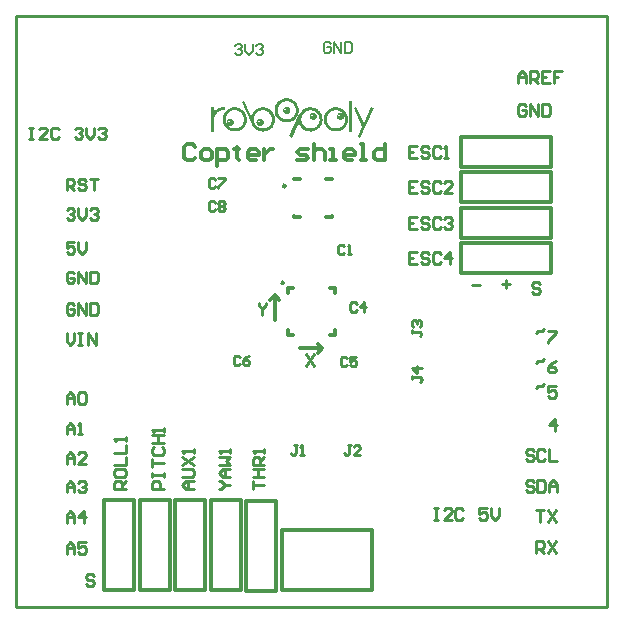
<source format=gto>
%FSAX42Y42*%
%MOMM*%
G71*
G01*
G75*
G04 Layer_Color=65535*
%ADD10R,1.30X1.60*%
%ADD11R,1.60X1.30*%
%ADD12R,0.80X0.33*%
%ADD13R,0.33X0.80*%
%ADD14O,0.35X0.80*%
%ADD15O,0.80X0.35*%
%ADD16R,1.30X1.50*%
%ADD17C,0.30*%
%ADD18C,0.24*%
%ADD19C,0.25*%
%ADD20R,1.50X1.50*%
%ADD21C,1.50*%
%ADD22R,1.50X1.50*%
%ADD23C,1.30*%
G04:AMPARAMS|DCode=24|XSize=3mm|YSize=1.5mm|CornerRadius=0mm|HoleSize=0mm|Usage=FLASHONLY|Rotation=0.000|XOffset=0mm|YOffset=0mm|HoleType=Round|Shape=Octagon|*
%AMOCTAGOND24*
4,1,8,1.50,-0.38,1.50,0.38,1.13,0.75,-1.13,0.75,-1.50,0.38,-1.50,-0.38,-1.13,-0.75,1.13,-0.75,1.50,-0.38,0.0*
%
%ADD24OCTAGOND24*%

%ADD25C,1.27*%
%ADD26C,0.80*%
%ADD27R,1.10X0.60*%
%ADD28O,0.48X1.65*%
%ADD29C,0.25*%
%ADD30C,0.20*%
G36*
X005214Y006729D02*
X005219Y006728D01*
X005225Y006727D01*
X005232Y006726D01*
X005239Y006724D01*
X005246Y006721D01*
X005246D01*
X005247Y006720D01*
X005249Y006720D01*
X005253Y006717D01*
X005257Y006715D01*
X005262Y006712D01*
X005268Y006708D01*
X005273Y006704D01*
X005278Y006699D01*
X005279Y006699D01*
X005281Y006697D01*
X005283Y006694D01*
X005286Y006690D01*
X005290Y006685D01*
X005294Y006680D01*
X005297Y006673D01*
X005301Y006667D01*
X005301Y006666D01*
X005302Y006663D01*
X005303Y006660D01*
X005305Y006655D01*
X005306Y006649D01*
X005308Y006642D01*
X005308Y006635D01*
X005309Y006627D01*
Y006626D01*
Y006626D01*
Y006625D01*
Y006623D01*
X005308Y006619D01*
X005308Y006614D01*
X005307Y006607D01*
X005306Y006601D01*
X005303Y006594D01*
X005301Y006587D01*
X005300Y006586D01*
X005299Y006583D01*
X005297Y006580D01*
X005295Y006575D01*
X005292Y006570D01*
X005288Y006565D01*
X005283Y006559D01*
X005278Y006554D01*
X005278Y006553D01*
X005276Y006552D01*
X005273Y006549D01*
X005269Y006546D01*
X005264Y006542D01*
X005259Y006539D01*
X005253Y006535D01*
X005246Y006532D01*
X005245Y006531D01*
X005243Y006530D01*
X005239Y006529D01*
X005234Y006528D01*
X005228Y006526D01*
X005221Y006525D01*
X005214Y006524D01*
X005206Y006524D01*
X005202D01*
X005198Y006524D01*
X005193Y006525D01*
X005187Y006526D01*
X005180Y006527D01*
X005173Y006529D01*
X005166Y006532D01*
X005165Y006532D01*
X005163Y006533D01*
X005159Y006535D01*
X005155Y006537D01*
X005150Y006541D01*
X005144Y006545D01*
X005139Y006549D01*
X005133Y006554D01*
X005133Y006555D01*
X005131Y006556D01*
X005129Y006559D01*
X005126Y006563D01*
X005122Y006568D01*
X005119Y006574D01*
X005115Y006580D01*
X005111Y006587D01*
Y006587D01*
X005111Y006587D01*
X005110Y006590D01*
X005109Y006594D01*
X005108Y006599D01*
X005106Y006605D01*
X005105Y006612D01*
X005104Y006619D01*
X005104Y006627D01*
Y006627D01*
Y006627D01*
Y006629D01*
Y006630D01*
X005104Y006635D01*
X005104Y006640D01*
X005106Y006646D01*
X005107Y006652D01*
X005109Y006660D01*
X005111Y006667D01*
Y006667D01*
X005112Y006667D01*
X005113Y006670D01*
X005115Y006673D01*
X005117Y006678D01*
X005121Y006683D01*
X005124Y006688D01*
X005128Y006694D01*
X005133Y006699D01*
X005134Y006700D01*
X005136Y006701D01*
X005139Y006704D01*
X005143Y006707D01*
X005148Y006710D01*
X005153Y006714D01*
X005159Y006717D01*
X005166Y006721D01*
X005166D01*
X005167Y006721D01*
X005169Y006722D01*
X005173Y006723D01*
X005178Y006725D01*
X005184Y006727D01*
X005191Y006728D01*
X005198Y006729D01*
X005206Y006729D01*
X005210D01*
X005214Y006729D01*
D02*
G37*
G36*
X004357D02*
X004362Y006728D01*
X004369Y006727D01*
X004375Y006726D01*
X004382Y006724D01*
X004390Y006721D01*
X004390D01*
X004390Y006720D01*
X004393Y006720D01*
X004396Y006717D01*
X004401Y006715D01*
X004406Y006712D01*
X004411Y006708D01*
X004417Y006704D01*
X004422Y006699D01*
X004423Y006699D01*
X004425Y006697D01*
X004427Y006694D01*
X004430Y006690D01*
X004434Y006685D01*
X004437Y006680D01*
X004441Y006673D01*
X004444Y006667D01*
X004445Y006666D01*
X004445Y006663D01*
X004447Y006660D01*
X004448Y006655D01*
X004450Y006649D01*
X004451Y006642D01*
X004452Y006635D01*
X004452Y006627D01*
Y006626D01*
Y006626D01*
Y006625D01*
Y006623D01*
X004452Y006619D01*
X004452Y006614D01*
X004450Y006607D01*
X004449Y006601D01*
X004447Y006594D01*
X004444Y006587D01*
X004444Y006586D01*
X004443Y006583D01*
X004441Y006580D01*
X004438Y006575D01*
X004435Y006570D01*
X004432Y006565D01*
X004427Y006559D01*
X004422Y006554D01*
X004422Y006553D01*
X004420Y006552D01*
X004417Y006549D01*
X004413Y006546D01*
X004408Y006542D01*
X004402Y006539D01*
X004396Y006535D01*
X004390Y006532D01*
X004389Y006531D01*
X004386Y006530D01*
X004382Y006529D01*
X004377Y006528D01*
X004372Y006526D01*
X004365Y006525D01*
X004357Y006524D01*
X004350Y006524D01*
X004346D01*
X004342Y006524D01*
X004337Y006525D01*
X004330Y006526D01*
X004324Y006527D01*
X004317Y006529D01*
X004310Y006532D01*
X004309Y006532D01*
X004306Y006533D01*
X004303Y006535D01*
X004298Y006537D01*
X004293Y006541D01*
X004288Y006545D01*
X004282Y006549D01*
X004277Y006554D01*
X004277Y006555D01*
X004275Y006556D01*
X004272Y006559D01*
X004269Y006563D01*
X004266Y006568D01*
X004262Y006574D01*
X004258Y006580D01*
X004255Y006587D01*
Y006587D01*
X004255Y006587D01*
X004254Y006590D01*
X004252Y006594D01*
X004251Y006599D01*
X004250Y006605D01*
X004248Y006612D01*
X004247Y006619D01*
X004247Y006627D01*
Y006627D01*
Y006627D01*
Y006629D01*
Y006630D01*
X004247Y006635D01*
X004248Y006640D01*
X004249Y006646D01*
X004250Y006652D01*
X004252Y006660D01*
X004255Y006667D01*
Y006667D01*
X004255Y006667D01*
X004257Y006670D01*
X004258Y006673D01*
X004261Y006678D01*
X004264Y006683D01*
X004268Y006688D01*
X004272Y006694D01*
X004277Y006699D01*
X004278Y006700D01*
X004280Y006701D01*
X004282Y006704D01*
X004286Y006707D01*
X004291Y006710D01*
X004297Y006714D01*
X004303Y006717D01*
X004310Y006721D01*
X004310D01*
X004310Y006721D01*
X004313Y006722D01*
X004317Y006723D01*
X004322Y006725D01*
X004327Y006727D01*
X004335Y006728D01*
X004342Y006729D01*
X004350Y006729D01*
X004353D01*
X004357Y006729D01*
D02*
G37*
G36*
X005527Y006718D02*
X005413Y006472D01*
X005389Y006483D01*
X005427Y006564D01*
X005355Y006718D01*
X005378Y006729D01*
X005441Y006594D01*
X005503Y006729D01*
X005527Y006718D01*
D02*
G37*
G36*
X004797Y006805D02*
X004802Y006805D01*
X004808Y006804D01*
X004815Y006802D01*
X004822Y006800D01*
X004829Y006797D01*
X004829D01*
X004830Y006797D01*
X004832Y006796D01*
X004836Y006794D01*
X004840Y006792D01*
X004845Y006789D01*
X004851Y006785D01*
X004856Y006781D01*
X004861Y006776D01*
X004862Y006775D01*
X004864Y006773D01*
X004866Y006770D01*
X004869Y006767D01*
X004873Y006762D01*
X004876Y006756D01*
X004880Y006750D01*
X004884Y006743D01*
X004884Y006742D01*
X004885Y006740D01*
X004886Y006736D01*
X004888Y006731D01*
X004889Y006725D01*
X004891Y006719D01*
X004891Y006711D01*
X004892Y006703D01*
Y006703D01*
Y006702D01*
Y006701D01*
Y006700D01*
X004891Y006696D01*
X004891Y006690D01*
X004890Y006684D01*
X004889Y006677D01*
X004886Y006670D01*
X004884Y006663D01*
X004883Y006662D01*
X004882Y006660D01*
X004880Y006657D01*
X004878Y006652D01*
X004874Y006647D01*
X004871Y006642D01*
X004866Y006636D01*
X004861Y006630D01*
X004861Y006630D01*
X004859Y006628D01*
X004856Y006626D01*
X004852Y006622D01*
X004847Y006619D01*
X004842Y006615D01*
X004836Y006612D01*
X004829Y006608D01*
X004828Y006608D01*
X004826Y006607D01*
X004822Y006606D01*
X004817Y006605D01*
X004811Y006603D01*
X004804Y006602D01*
X004797Y006601D01*
X004789Y006600D01*
X004785D01*
X004782Y006601D01*
X004776Y006601D01*
X004770Y006602D01*
X004763Y006604D01*
X004756Y006606D01*
X004749Y006608D01*
X004748Y006609D01*
X004746Y006610D01*
X004742Y006612D01*
X004738Y006614D01*
X004733Y006617D01*
X004727Y006621D01*
X004722Y006625D01*
X004716Y006630D01*
X004716Y006631D01*
X004714Y006633D01*
X004712Y006636D01*
X004708Y006640D01*
X004705Y006645D01*
X004701Y006650D01*
X004697Y006657D01*
X004694Y006663D01*
Y006664D01*
X004694Y006664D01*
X004693Y006667D01*
X004692Y006670D01*
X004690Y006675D01*
X004689Y006681D01*
X004687Y006688D01*
X004687Y006695D01*
X004686Y006703D01*
Y006704D01*
Y006704D01*
Y006705D01*
Y006707D01*
X004687Y006711D01*
X004687Y006716D01*
X004688Y006722D01*
X004689Y006729D01*
X004692Y006736D01*
X004694Y006743D01*
Y006744D01*
X004694Y006744D01*
X004696Y006747D01*
X004697Y006750D01*
X004700Y006755D01*
X004703Y006760D01*
X004707Y006765D01*
X004711Y006770D01*
X004716Y006776D01*
X004717Y006776D01*
X004719Y006778D01*
X004722Y006780D01*
X004726Y006784D01*
X004730Y006787D01*
X004736Y006791D01*
X004742Y006794D01*
X004749Y006797D01*
X004749D01*
X004750Y006798D01*
X004752Y006799D01*
X004756Y006800D01*
X004761Y006802D01*
X004767Y006803D01*
X004774Y006804D01*
X004781Y006805D01*
X004789Y006806D01*
X004793D01*
X004797Y006805D01*
D02*
G37*
G36*
X004489Y006655D02*
Y006655D01*
X004489Y006656D01*
X004490Y006658D01*
X004492Y006662D01*
X004494Y006667D01*
X004497Y006673D01*
X004500Y006680D01*
X004504Y006686D01*
X004509Y006692D01*
X004510Y006693D01*
X004512Y006695D01*
X004514Y006698D01*
X004519Y006702D01*
X004524Y006707D01*
X004530Y006711D01*
X004537Y006715D01*
X004544Y006719D01*
X004544D01*
X004545Y006720D01*
X004547Y006720D01*
X004551Y006722D01*
X004556Y006724D01*
X004562Y006725D01*
X004569Y006727D01*
X004576Y006728D01*
X004584Y006729D01*
X004591D01*
X004596Y006728D01*
X004602Y006727D01*
X004609Y006727D01*
X004615Y006725D01*
X004622Y006722D01*
X004623D01*
X004623Y006722D01*
X004626Y006721D01*
X004629Y006720D01*
X004634Y006717D01*
X004639Y006715D01*
X004644Y006711D01*
X004650Y006707D01*
X004656Y006702D01*
X004657Y006702D01*
X004659Y006700D01*
X004662Y006697D01*
X004665Y006693D01*
X004669Y006688D01*
X004673Y006683D01*
X004677Y006677D01*
X004681Y006670D01*
X004681Y006669D01*
X004682Y006666D01*
X004684Y006662D01*
X004685Y006657D01*
X004687Y006652D01*
X004688Y006645D01*
X004689Y006637D01*
X004690Y006630D01*
Y006630D01*
Y006629D01*
Y006627D01*
Y006622D01*
X004689Y006617D01*
X004689Y006612D01*
X004688Y006605D01*
X004686Y006598D01*
X004684Y006591D01*
X004684Y006590D01*
X004683Y006588D01*
X004681Y006584D01*
X004679Y006580D01*
X004676Y006575D01*
X004673Y006569D01*
X004669Y006563D01*
X004664Y006557D01*
X004663Y006556D01*
X004661Y006555D01*
X004658Y006552D01*
X004654Y006548D01*
X004650Y006545D01*
X004644Y006540D01*
X004638Y006537D01*
X004631Y006533D01*
X004631D01*
X004630Y006532D01*
X004628Y006532D01*
X004624Y006530D01*
X004619Y006528D01*
X004613Y006527D01*
X004606Y006525D01*
X004599Y006524D01*
X004591Y006523D01*
X004588D01*
X004584Y006524D01*
X004579Y006524D01*
X004573Y006525D01*
X004567Y006526D01*
X004559Y006527D01*
X004552Y006530D01*
X004552Y006530D01*
X004549Y006531D01*
X004546Y006532D01*
X004541Y006535D01*
X004536Y006537D01*
X004530Y006541D01*
X004524Y006545D01*
X004519Y006550D01*
X004518Y006550D01*
X004516Y006552D01*
X004513Y006555D01*
X004510Y006559D01*
X004506Y006564D01*
X004502Y006570D01*
X004498Y006576D01*
X004494Y006583D01*
X004408Y006769D01*
X004431Y006780D01*
X004489Y006655D01*
D02*
G37*
G36*
X004264Y006728D02*
X004270Y006727D01*
X004266Y006702D01*
X004266D01*
X004265Y006702D01*
X004264D01*
X004262Y006703D01*
X004257Y006703D01*
X004250D01*
X004247Y006703D01*
X004243Y006702D01*
X004238Y006702D01*
X004233Y006701D01*
X004228Y006699D01*
X004222Y006697D01*
X004222Y006697D01*
X004220Y006696D01*
X004217Y006695D01*
X004214Y006693D01*
X004210Y006690D01*
X004207Y006688D01*
X004202Y006685D01*
X004198Y006681D01*
X004198Y006680D01*
X004197Y006679D01*
X004195Y006677D01*
X004192Y006674D01*
X004190Y006670D01*
X004187Y006666D01*
X004184Y006661D01*
X004182Y006656D01*
X004181Y006655D01*
X004181Y006654D01*
X004180Y006651D01*
X004179Y006647D01*
X004177Y006643D01*
X004177Y006637D01*
X004176Y006632D01*
X004176Y006626D01*
Y006523D01*
X004150D01*
Y006626D01*
Y006652D01*
Y006729D01*
X004176D01*
Y006709D01*
Y006694D01*
X004177Y006695D01*
X004178Y006697D01*
X004181Y006700D01*
X004185Y006703D01*
X004190Y006707D01*
X004196Y006712D01*
X004202Y006716D01*
X004210Y006720D01*
X004210D01*
X004210Y006720D01*
X004212Y006720D01*
X004213Y006721D01*
X004217Y006722D01*
X004222Y006725D01*
X004229Y006726D01*
X004236Y006727D01*
X004244Y006729D01*
X004252Y006729D01*
X004258D01*
X004264Y006728D01*
D02*
G37*
G36*
X005345Y006523D02*
X005319D01*
Y006780D01*
X005345D01*
Y006523D01*
D02*
G37*
G36*
X005001Y006728D02*
X005006Y006727D01*
X005013Y006726D01*
X005019Y006725D01*
X005026Y006722D01*
X005034Y006719D01*
X005034D01*
X005035Y006719D01*
X005037Y006717D01*
X005041Y006715D01*
X005045Y006713D01*
X005050Y006710D01*
X005056Y006705D01*
X005061Y006700D01*
X005066Y006695D01*
X005067Y006694D01*
X005069Y006692D01*
X005071Y006689D01*
X005074Y006685D01*
X005077Y006680D01*
X005081Y006675D01*
X005084Y006668D01*
X005087Y006661D01*
X005087Y006660D01*
X005088Y006658D01*
X005089Y006654D01*
X005090Y006650D01*
X005091Y006644D01*
X005092Y006637D01*
X005093Y006630D01*
Y006622D01*
Y006622D01*
Y006621D01*
Y006619D01*
X005092Y006615D01*
X005091Y006610D01*
X005090Y006603D01*
X005089Y006597D01*
X005086Y006590D01*
X005084Y006582D01*
X005083Y006582D01*
X005082Y006579D01*
X005080Y006576D01*
X005077Y006571D01*
X005074Y006566D01*
X005069Y006560D01*
X005064Y006555D01*
X005059Y006550D01*
X005058Y006549D01*
X005056Y006547D01*
X005053Y006545D01*
X005049Y006542D01*
X005044Y006539D01*
X005039Y006535D01*
X005032Y006532D01*
X005025Y006530D01*
X005024Y006529D01*
X005022Y006529D01*
X005019Y006527D01*
X005014Y006526D01*
X005008Y006525D01*
X005001Y006524D01*
X004994Y006523D01*
X004986D01*
X004983Y006524D01*
X004979Y006524D01*
X004974Y006525D01*
X004968Y006526D01*
X004961Y006528D01*
X004954Y006530D01*
X004947Y006533D01*
X004946D01*
X004946Y006533D01*
X004944Y006535D01*
X004939Y006537D01*
X004935Y006540D01*
X004929Y006544D01*
X004924Y006548D01*
X004917Y006554D01*
X004912Y006560D01*
X004911Y006560D01*
X004910Y006562D01*
X004907Y006566D01*
X004904Y006571D01*
X004901Y006576D01*
X004897Y006582D01*
X004894Y006590D01*
X004892Y006597D01*
X004834Y006472D01*
X004811Y006483D01*
X004897Y006670D01*
Y006670D01*
X004898Y006670D01*
X004899Y006673D01*
X004901Y006676D01*
X004904Y006681D01*
X004907Y006686D01*
X004911Y006691D01*
X004916Y006697D01*
X004921Y006702D01*
X004922Y006702D01*
X004924Y006704D01*
X004927Y006707D01*
X004931Y006710D01*
X004936Y006713D01*
X004942Y006717D01*
X004948Y006720D01*
X004955Y006722D01*
X004955D01*
X004956Y006723D01*
X004958Y006724D01*
X004962Y006725D01*
X004967Y006726D01*
X004973Y006727D01*
X004979Y006728D01*
X004986Y006729D01*
X004997D01*
X005001Y006728D01*
D02*
G37*
%LPC*%
G36*
X004282Y006591D02*
X004282Y006590D01*
X004282Y006590D01*
X004282Y006590D01*
Y006590D01*
X004282Y006590D01*
X004282Y006591D01*
D02*
G37*
G36*
X004350Y006703D02*
X004347D01*
X004344Y006703D01*
X004340Y006702D01*
X004335Y006702D01*
X004330Y006701D01*
X004325Y006699D01*
X004320Y006697D01*
X004319Y006697D01*
X004317Y006696D01*
X004315Y006695D01*
X004311Y006693D01*
X004307Y006690D01*
X004304Y006688D01*
X004300Y006685D01*
X004295Y006681D01*
X004295Y006680D01*
X004294Y006679D01*
X004292Y006677D01*
X004290Y006674D01*
X004287Y006670D01*
X004284Y006666D01*
X004281Y006661D01*
X004279Y006656D01*
X004278Y006655D01*
X004278Y006654D01*
X004277Y006651D01*
X004276Y006647D01*
X004275Y006643D01*
X004274Y006637D01*
X004273Y006632D01*
X004273Y006626D01*
Y006626D01*
Y006625D01*
Y006623D01*
X004273Y006619D01*
X004274Y006614D01*
X004275Y006609D01*
X004277Y006602D01*
X004279Y006596D01*
X004282Y006591D01*
X004281Y006593D01*
X004280Y006596D01*
X004280Y006600D01*
Y006601D01*
Y006602D01*
X004280Y006605D01*
X004281Y006608D01*
X004282Y006611D01*
X004284Y006615D01*
X004286Y006619D01*
X004289Y006622D01*
X004289Y006622D01*
X004290Y006623D01*
X004292Y006625D01*
X004295Y006627D01*
X004298Y006628D01*
X004302Y006630D01*
X004306Y006631D01*
X004311Y006631D01*
X004313D01*
X004315Y006631D01*
X004318Y006630D01*
X004322Y006629D01*
X004325Y006627D01*
X004329Y006625D01*
X004332Y006622D01*
X004333Y006622D01*
X004334Y006620D01*
X004335Y006619D01*
X004337Y006616D01*
X004339Y006613D01*
X004340Y006609D01*
X004341Y006605D01*
X004342Y006600D01*
Y006600D01*
Y006598D01*
X004341Y006596D01*
X004340Y006593D01*
X004340Y006589D01*
X004338Y006586D01*
X004335Y006582D01*
X004332Y006578D01*
X004332Y006578D01*
X004331Y006577D01*
X004329Y006575D01*
X004327Y006574D01*
X004323Y006572D01*
X004320Y006571D01*
X004315Y006570D01*
X004311Y006570D01*
X004309D01*
X004306Y006570D01*
X004303Y006571D01*
X004300Y006572D01*
X004297Y006573D01*
X004293Y006575D01*
X004290Y006578D01*
X004290Y006578D01*
X004292Y006576D01*
X004294Y006574D01*
X004297Y006571D01*
X004301Y006567D01*
X004305Y006564D01*
X004310Y006560D01*
X004316Y006557D01*
X004317Y006557D01*
X004319Y006556D01*
X004322Y006555D01*
X004326Y006553D01*
X004331Y006552D01*
X004337Y006550D01*
X004343Y006550D01*
X004350Y006549D01*
X004352D01*
X004355Y006550D01*
X004359Y006550D01*
X004364Y006550D01*
X004369Y006552D01*
X004374Y006553D01*
X004380Y006555D01*
X004380Y006555D01*
X004382Y006556D01*
X004385Y006557D01*
X004388Y006560D01*
X004392Y006562D01*
X004396Y006565D01*
X004400Y006568D01*
X004404Y006572D01*
X004405Y006572D01*
X004406Y006573D01*
X004408Y006576D01*
X004410Y006579D01*
X004413Y006582D01*
X004415Y006586D01*
X004418Y006591D01*
X004420Y006596D01*
X004421Y006597D01*
X004421Y006599D01*
X004422Y006602D01*
X004424Y006605D01*
X004425Y006610D01*
X004426Y006615D01*
X004426Y006620D01*
X004427Y006626D01*
Y006627D01*
Y006629D01*
X004426Y006632D01*
X004426Y006636D01*
X004425Y006640D01*
X004424Y006645D01*
X004422Y006651D01*
X004420Y006656D01*
X004420Y006657D01*
X004419Y006659D01*
X004418Y006661D01*
X004416Y006665D01*
X004414Y006668D01*
X004411Y006672D01*
X004408Y006677D01*
X004404Y006681D01*
X004404Y006681D01*
X004402Y006682D01*
X004400Y006685D01*
X004397Y006687D01*
X004394Y006690D01*
X004390Y006692D01*
X004385Y006695D01*
X004380Y006697D01*
X004379Y006697D01*
X004377Y006698D01*
X004374Y006699D01*
X004370Y006700D01*
X004366Y006701D01*
X004361Y006702D01*
X004355Y006703D01*
X004350Y006703D01*
D02*
G37*
G36*
X004590Y006703D02*
X004582D01*
X004579Y006702D01*
X004575Y006702D01*
X004571Y006701D01*
X004566Y006700D01*
X004560Y006698D01*
X004555Y006696D01*
X004554Y006695D01*
X004552Y006695D01*
X004550Y006693D01*
X004547Y006691D01*
X004542Y006688D01*
X004538Y006685D01*
X004534Y006682D01*
X004530Y006677D01*
X004530Y006677D01*
X004529Y006675D01*
X004527Y006673D01*
X004525Y006670D01*
X004522Y006667D01*
X004520Y006662D01*
X004517Y006657D01*
X004515Y006652D01*
Y006652D01*
X004514Y006650D01*
X004514Y006647D01*
X004513Y006644D01*
X004512Y006639D01*
X004511Y006635D01*
X004511Y006629D01*
Y006623D01*
Y006622D01*
Y006621D01*
X004511Y006618D01*
X004512Y006614D01*
X004513Y006609D01*
X004514Y006604D01*
X004516Y006599D01*
X004518Y006594D01*
X004518Y006593D01*
X004519Y006591D01*
X004521Y006589D01*
X004522Y006585D01*
X004525Y006581D01*
X004528Y006577D01*
X004532Y006573D01*
X004536Y006569D01*
X004536Y006568D01*
X004538Y006567D01*
X004540Y006565D01*
X004543Y006563D01*
X004547Y006561D01*
X004552Y006558D01*
X004556Y006556D01*
X004561Y006554D01*
X004562D01*
X004564Y006553D01*
X004567Y006552D01*
X004570Y006551D01*
X004574Y006550D01*
X004579Y006550D01*
X004585Y006549D01*
X004593D01*
X004596Y006550D01*
X004600Y006550D01*
X004604Y006551D01*
X004609Y006552D01*
X004615Y006554D01*
X004620Y006556D01*
X004621Y006557D01*
X004623Y006557D01*
X004625Y006559D01*
X004629Y006561D01*
X004632Y006564D01*
X004637Y006567D01*
X004641Y006570D01*
X004644Y006574D01*
X004645Y006575D01*
X004646Y006576D01*
X004648Y006579D01*
X004650Y006582D01*
X004653Y006585D01*
X004655Y006590D01*
X004658Y006595D01*
X004660Y006600D01*
X004660Y006600D01*
X004661Y006602D01*
X004662Y006605D01*
X004662Y006609D01*
X004663Y006613D01*
X004664Y006618D01*
X004664Y006623D01*
Y006629D01*
Y006630D01*
Y006631D01*
X004664Y006635D01*
X004664Y006638D01*
X004662Y006643D01*
X004661Y006648D01*
X004659Y006653D01*
X004657Y006659D01*
X004657Y006660D01*
X004656Y006661D01*
X004654Y006664D01*
X004653Y006667D01*
X004650Y006671D01*
X004647Y006675D01*
X004643Y006679D01*
X004639Y006683D01*
X004639Y006683D01*
X004637Y006685D01*
X004635Y006687D01*
X004632Y006689D01*
X004628Y006691D01*
X004624Y006694D01*
X004619Y006696D01*
X004614Y006698D01*
X004613Y006699D01*
X004611Y006699D01*
X004609Y006700D01*
X004605Y006701D01*
X004600Y006702D01*
X004596Y006702D01*
X004590Y006703D01*
D02*
G37*
G36*
X004993D02*
X004988D01*
X004984Y006702D01*
X004979Y006702D01*
X004974Y006701D01*
X004969Y006700D01*
X004964Y006698D01*
X004964Y006698D01*
X004961Y006697D01*
X004959Y006696D01*
X004956Y006695D01*
X004952Y006692D01*
X004947Y006690D01*
X004943Y006687D01*
X004939Y006683D01*
X004938Y006682D01*
X004937Y006681D01*
X004935Y006679D01*
X004932Y006676D01*
X004929Y006672D01*
X004926Y006668D01*
X004923Y006664D01*
X004921Y006659D01*
X004920Y006658D01*
X004920Y006656D01*
X004919Y006653D01*
X004917Y006650D01*
X004916Y006645D01*
X004915Y006640D01*
X004914Y006635D01*
X004914Y006629D01*
Y006628D01*
Y006626D01*
Y006623D01*
X004914Y006620D01*
X004914Y006615D01*
X004915Y006610D01*
X004916Y006605D01*
X004918Y006600D01*
X004919Y006599D01*
X004919Y006597D01*
X004920Y006595D01*
X004922Y006591D01*
X004924Y006587D01*
X004926Y006583D01*
X004930Y006579D01*
X004933Y006574D01*
X004934Y006574D01*
X004935Y006572D01*
X004937Y006570D01*
X004940Y006568D01*
X004944Y006565D01*
X004948Y006562D01*
X004952Y006559D01*
X004958Y006556D01*
X004959Y006556D01*
X004960Y006555D01*
X004963Y006554D01*
X004967Y006553D01*
X004971Y006552D01*
X004976Y006550D01*
X004982Y006550D01*
X004987Y006549D01*
X004993D01*
X004997Y006550D01*
X005001Y006550D01*
X005006Y006551D01*
X005011Y006552D01*
X005016Y006554D01*
X005017Y006554D01*
X005019Y006555D01*
X005021Y006556D01*
X005025Y006557D01*
X005029Y006560D01*
X005033Y006562D01*
X005038Y006565D01*
X005042Y006569D01*
X005042Y006569D01*
X005044Y006570D01*
X005046Y006573D01*
X005049Y006576D01*
X005051Y006580D01*
X005054Y006584D01*
X005058Y006588D01*
X005060Y006594D01*
X005061Y006595D01*
X005061Y006596D01*
X005062Y006599D01*
X005064Y006603D01*
X005065Y006607D01*
X005066Y006612D01*
X005067Y006617D01*
X005067Y006623D01*
Y006624D01*
Y006626D01*
Y006629D01*
X005067Y006633D01*
X005066Y006637D01*
X005066Y006642D01*
X005064Y006647D01*
X005063Y006652D01*
X005062Y006653D01*
X005062Y006655D01*
X005061Y006657D01*
X005059Y006661D01*
X005057Y006665D01*
X005054Y006669D01*
X005051Y006673D01*
X005047Y006677D01*
X005047Y006678D01*
X005046Y006680D01*
X005044Y006682D01*
X005041Y006684D01*
X005037Y006687D01*
X005033Y006690D01*
X005028Y006693D01*
X005023Y006696D01*
X005022Y006696D01*
X005021Y006697D01*
X005018Y006698D01*
X005014Y006699D01*
X005009Y006700D01*
X005004Y006702D01*
X004999Y006702D01*
X004993Y006703D01*
D02*
G37*
G36*
X004789Y006780D02*
X004787D01*
X004783Y006780D01*
X004779Y006779D01*
X004775Y006778D01*
X004770Y006777D01*
X004764Y006776D01*
X004759Y006774D01*
X004759Y006773D01*
X004757Y006772D01*
X004754Y006771D01*
X004751Y006770D01*
X004747Y006767D01*
X004743Y006765D01*
X004739Y006761D01*
X004734Y006757D01*
X004734Y006757D01*
X004733Y006756D01*
X004731Y006753D01*
X004729Y006750D01*
X004726Y006747D01*
X004723Y006743D01*
X004720Y006738D01*
X004718Y006733D01*
X004717Y006732D01*
X004717Y006730D01*
X004716Y006728D01*
X004715Y006724D01*
X004714Y006720D01*
X004713Y006715D01*
X004712Y006709D01*
X004712Y006703D01*
Y006702D01*
Y006701D01*
X004712Y006697D01*
X004713Y006694D01*
X004713Y006689D01*
X004714Y006684D01*
X004716Y006679D01*
X004718Y006673D01*
X004718Y006673D01*
X004719Y006671D01*
X004720Y006668D01*
X004722Y006665D01*
X004724Y006661D01*
X004727Y006657D01*
X004731Y006653D01*
X004734Y006649D01*
X004735Y006648D01*
X004736Y006647D01*
X004739Y006645D01*
X004742Y006643D01*
X004745Y006640D01*
X004749Y006637D01*
X004754Y006635D01*
X004759Y006632D01*
X004760Y006632D01*
X004762Y006631D01*
X004764Y006630D01*
X004768Y006629D01*
X004773Y006628D01*
X004778Y006627D01*
X004783Y006627D01*
X004789Y006626D01*
X004792D01*
X004795Y006627D01*
X004799Y006627D01*
X004803Y006627D01*
X004808Y006629D01*
X004814Y006630D01*
X004819Y006632D01*
X004820Y006632D01*
X004821Y006633D01*
X004824Y006635D01*
X004827Y006637D01*
X004831Y006639D01*
X004835Y006642D01*
X004839Y006645D01*
X004844Y006649D01*
X004844Y006649D01*
X004845Y006650D01*
X004847Y006653D01*
X004849Y006656D01*
X004852Y006659D01*
X004855Y006663D01*
X004857Y006668D01*
X004860Y006673D01*
X004860Y006674D01*
X004861Y006676D01*
X004862Y006679D01*
X004863Y006682D01*
X004864Y006687D01*
X004865Y006692D01*
X004866Y006697D01*
X004866Y006703D01*
Y006704D01*
Y006706D01*
X004866Y006709D01*
X004865Y006713D01*
X004864Y006717D01*
X004864Y006722D01*
X004862Y006728D01*
X004860Y006733D01*
X004859Y006734D01*
X004859Y006735D01*
X004857Y006738D01*
X004856Y006741D01*
X004853Y006745D01*
X004851Y006749D01*
X004847Y006753D01*
X004844Y006757D01*
X004843Y006758D01*
X004842Y006759D01*
X004839Y006761D01*
X004836Y006763D01*
X004833Y006766D01*
X004829Y006769D01*
X004824Y006771D01*
X004819Y006774D01*
X004818Y006774D01*
X004816Y006775D01*
X004814Y006776D01*
X004810Y006777D01*
X004806Y006778D01*
X004800Y006779D01*
X004795Y006780D01*
X004789Y006780D01*
D02*
G37*
G36*
X005232Y006667D02*
X005232D01*
X005230Y006667D01*
X005228Y006666D01*
X005227Y006665D01*
X005226Y006665D01*
X005226Y006664D01*
X005225Y006662D01*
X005225Y006660D01*
Y006659D01*
X005225Y006657D01*
X005226Y006656D01*
X005227Y006654D01*
X005227Y006653D01*
X005228Y006653D01*
X005230Y006652D01*
X005232Y006652D01*
X005233D01*
X005234Y006652D01*
X005236Y006652D01*
X005238Y006654D01*
X005238Y006654D01*
X005239Y006655D01*
X005240Y006657D01*
X005240Y006660D01*
Y006660D01*
X005240Y006662D01*
X005239Y006663D01*
X005238Y006665D01*
X005237Y006665D01*
X005236Y006666D01*
X005234Y006667D01*
X005232Y006667D01*
D02*
G37*
G36*
X005206Y006703D02*
X005203D01*
X005200Y006703D01*
X005196Y006702D01*
X005192Y006702D01*
X005187Y006701D01*
X005181Y006699D01*
X005176Y006697D01*
X005176Y006697D01*
X005173Y006696D01*
X005171Y006695D01*
X005168Y006693D01*
X005164Y006690D01*
X005160Y006688D01*
X005156Y006685D01*
X005152Y006681D01*
X005151Y006680D01*
X005150Y006679D01*
X005148Y006677D01*
X005146Y006674D01*
X005143Y006670D01*
X005141Y006666D01*
X005138Y006661D01*
X005135Y006656D01*
X005135Y006655D01*
X005134Y006654D01*
X005133Y006651D01*
X005132Y006647D01*
X005131Y006643D01*
X005130Y006637D01*
X005130Y006632D01*
X005129Y006626D01*
Y006625D01*
Y006624D01*
X005130Y006620D01*
X005130Y006617D01*
X005131Y006612D01*
X005132Y006607D01*
X005133Y006602D01*
X005135Y006596D01*
X005136Y006596D01*
X005136Y006594D01*
X005138Y006591D01*
X005140Y006588D01*
X005142Y006584D01*
X005145Y006580D01*
X005148Y006576D01*
X005152Y006572D01*
X005152Y006571D01*
X005153Y006570D01*
X005156Y006568D01*
X005159Y006566D01*
X005162Y006563D01*
X005166Y006560D01*
X005171Y006557D01*
X005176Y006555D01*
X005177Y006555D01*
X005178Y006554D01*
X005181Y006553D01*
X005185Y006552D01*
X005190Y006551D01*
X005195Y006550D01*
X005200Y006550D01*
X005206Y006549D01*
X005209D01*
X005212Y006550D01*
X005216Y006550D01*
X005221Y006550D01*
X005226Y006552D01*
X005231Y006553D01*
X005236Y006555D01*
X005237Y006555D01*
X005238Y006556D01*
X005241Y006557D01*
X005244Y006560D01*
X005248Y006562D01*
X005252Y006565D01*
X005256Y006568D01*
X005261Y006572D01*
X005261Y006572D01*
X005262Y006573D01*
X005264Y006576D01*
X005266Y006579D01*
X005269Y006582D01*
X005272Y006586D01*
X005274Y006591D01*
X005277Y006596D01*
X005277Y006597D01*
X005278Y006599D01*
X005279Y006602D01*
X005280Y006605D01*
X005281Y006610D01*
X005282Y006615D01*
X005283Y006620D01*
X005283Y006626D01*
Y006627D01*
Y006627D01*
Y006630D01*
X005283Y006633D01*
X005282Y006638D01*
X005281Y006644D01*
X005279Y006650D01*
X005277Y006657D01*
X005273Y006663D01*
Y006663D01*
X005274Y006662D01*
X005275Y006660D01*
X005276Y006656D01*
X005276Y006652D01*
Y006651D01*
Y006650D01*
X005276Y006647D01*
X005275Y006644D01*
X005274Y006640D01*
X005272Y006637D01*
X005270Y006633D01*
X005267Y006630D01*
X005266Y006629D01*
X005265Y006628D01*
X005263Y006627D01*
X005261Y006625D01*
X005258Y006624D01*
X005254Y006622D01*
X005250Y006621D01*
X005245Y006621D01*
X005243D01*
X005241Y006621D01*
X005238Y006622D01*
X005234Y006623D01*
X005231Y006625D01*
X005227Y006627D01*
X005223Y006630D01*
X005223Y006630D01*
X005222Y006631D01*
X005220Y006633D01*
X005219Y006636D01*
X005217Y006639D01*
X005216Y006643D01*
X005215Y006647D01*
X005214Y006652D01*
Y006652D01*
Y006654D01*
X005215Y006656D01*
X005216Y006659D01*
X005216Y006662D01*
X005218Y006666D01*
X005220Y006670D01*
X005223Y006673D01*
X005223Y006674D01*
X005225Y006675D01*
X005227Y006676D01*
X005229Y006678D01*
X005233Y006680D01*
X005236Y006681D01*
X005241Y006682D01*
X005245Y006682D01*
X005247D01*
X005250Y006682D01*
X005253Y006681D01*
X005256Y006680D01*
X005259Y006679D01*
X005263Y006677D01*
X005266Y006674D01*
X005266Y006674D01*
X005264Y006676D01*
X005262Y006678D01*
X005259Y006681D01*
X005255Y006685D01*
X005251Y006688D01*
X005246Y006692D01*
X005240Y006695D01*
X005239Y006695D01*
X005238Y006696D01*
X005234Y006697D01*
X005230Y006699D01*
X005225Y006701D01*
X005219Y006702D01*
X005213Y006703D01*
X005206Y006703D01*
D02*
G37*
G36*
X004298Y006616D02*
X004297D01*
X004296Y006615D01*
X004294Y006615D01*
X004292Y006614D01*
X004292Y006613D01*
X004291Y006612D01*
X004290Y006610D01*
X004290Y006608D01*
Y006608D01*
X004290Y006606D01*
X004291Y006605D01*
X004292Y006602D01*
X004292Y006602D01*
X004294Y006602D01*
X004295Y006601D01*
X004298Y006600D01*
X004298D01*
X004300Y006601D01*
X004302Y006601D01*
X004303Y006602D01*
X004304Y006603D01*
X004305Y006604D01*
X004305Y006606D01*
X004305Y006608D01*
Y006609D01*
X004305Y006610D01*
X004305Y006612D01*
X004303Y006614D01*
X004303Y006614D01*
X004302Y006615D01*
X004300Y006615D01*
X004298Y006616D01*
D02*
G37*
%LPD*%
G36*
X004568Y006631D02*
X004571Y006630D01*
X004574Y006629D01*
X004578Y006627D01*
X004582Y006625D01*
X004585Y006622D01*
X004586Y006622D01*
X004587Y006620D01*
X004588Y006619D01*
X004590Y006616D01*
X004592Y006613D01*
X004593Y006609D01*
X004594Y006605D01*
X004594Y006600D01*
Y006600D01*
Y006598D01*
X004594Y006596D01*
X004593Y006593D01*
X004592Y006589D01*
X004591Y006586D01*
X004588Y006582D01*
X004585Y006578D01*
X004585Y006578D01*
X004584Y006577D01*
X004582Y006575D01*
X004579Y006574D01*
X004576Y006572D01*
X004572Y006571D01*
X004568Y006570D01*
X004564Y006570D01*
X004562D01*
X004559Y006570D01*
X004556Y006571D01*
X004552Y006572D01*
X004549Y006573D01*
X004545Y006575D01*
X004542Y006578D01*
X004541Y006579D01*
X004540Y006580D01*
X004539Y006582D01*
X004537Y006585D01*
X004536Y006588D01*
X004534Y006592D01*
X004533Y006596D01*
X004533Y006600D01*
Y006601D01*
Y006602D01*
X004533Y006605D01*
X004534Y006608D01*
X004535Y006611D01*
X004537Y006615D01*
X004539Y006619D01*
X004542Y006622D01*
X004542Y006622D01*
X004543Y006623D01*
X004545Y006625D01*
X004548Y006627D01*
X004551Y006628D01*
X004555Y006630D01*
X004559Y006631D01*
X004564Y006631D01*
X004566D01*
X004568Y006631D01*
D02*
G37*
G36*
X004794Y006733D02*
X004797Y006732D01*
X004800Y006732D01*
X004804Y006730D01*
X004807Y006727D01*
X004811Y006725D01*
X004811Y006724D01*
X004812Y006723D01*
X004814Y006721D01*
X004815Y006719D01*
X004817Y006715D01*
X004819Y006712D01*
X004819Y006708D01*
X004820Y006703D01*
Y006703D01*
Y006701D01*
X004819Y006699D01*
X004819Y006696D01*
X004818Y006692D01*
X004816Y006689D01*
X004814Y006685D01*
X004811Y006681D01*
X004810Y006681D01*
X004809Y006680D01*
X004807Y006678D01*
X004805Y006677D01*
X004801Y006675D01*
X004798Y006674D01*
X004794Y006673D01*
X004789Y006672D01*
X004787D01*
X004784Y006673D01*
X004782Y006674D01*
X004778Y006675D01*
X004774Y006676D01*
X004771Y006678D01*
X004767Y006681D01*
X004767Y006682D01*
X004766Y006683D01*
X004764Y006685D01*
X004763Y006687D01*
X004761Y006691D01*
X004759Y006695D01*
X004759Y006699D01*
X004758Y006703D01*
Y006704D01*
Y006705D01*
X004759Y006708D01*
X004759Y006711D01*
X004760Y006714D01*
X004762Y006717D01*
X004764Y006721D01*
X004767Y006725D01*
X004767Y006725D01*
X004769Y006726D01*
X004771Y006727D01*
X004773Y006729D01*
X004777Y006731D01*
X004780Y006732D01*
X004784Y006733D01*
X004789Y006734D01*
X004791D01*
X004794Y006733D01*
D02*
G37*
G36*
X005019Y006682D02*
X005022Y006681D01*
X005025Y006680D01*
X005029Y006679D01*
X005033Y006676D01*
X005036Y006673D01*
X005036Y006673D01*
X005037Y006672D01*
X005039Y006670D01*
X005041Y006667D01*
X005042Y006664D01*
X005044Y006660D01*
X005045Y006656D01*
X005045Y006652D01*
Y006651D01*
Y006650D01*
X005045Y006647D01*
X005044Y006644D01*
X005043Y006640D01*
X005041Y006637D01*
X005039Y006633D01*
X005036Y006630D01*
X005036Y006629D01*
X005034Y006628D01*
X005033Y006627D01*
X005030Y006625D01*
X005027Y006624D01*
X005023Y006622D01*
X005019Y006621D01*
X005014Y006621D01*
X005012D01*
X005010Y006621D01*
X005007Y006622D01*
X005003Y006623D01*
X005000Y006625D01*
X004996Y006627D01*
X004992Y006630D01*
X004992Y006630D01*
X004991Y006631D01*
X004989Y006633D01*
X004988Y006636D01*
X004986Y006639D01*
X004985Y006643D01*
X004984Y006647D01*
X004984Y006652D01*
Y006652D01*
Y006654D01*
X004984Y006656D01*
X004985Y006659D01*
X004986Y006662D01*
X004987Y006666D01*
X004989Y006670D01*
X004992Y006673D01*
X004993Y006674D01*
X004994Y006675D01*
X004996Y006676D01*
X004999Y006678D01*
X005002Y006680D01*
X005006Y006681D01*
X005010Y006682D01*
X005014Y006682D01*
X005016D01*
X005019Y006682D01*
D02*
G37*
%LPC*%
G36*
X004776Y006718D02*
X004776D01*
X004774Y006718D01*
X004772Y006717D01*
X004771Y006716D01*
X004770Y006716D01*
X004770Y006715D01*
X004769Y006713D01*
X004769Y006711D01*
Y006710D01*
X004769Y006709D01*
X004769Y006707D01*
X004771Y006705D01*
X004771Y006705D01*
X004772Y006705D01*
X004774Y006704D01*
X004776Y006703D01*
X004777D01*
X004778Y006704D01*
X004780Y006704D01*
X004782Y006705D01*
X004782Y006706D01*
X004783Y006707D01*
X004783Y006709D01*
X004784Y006711D01*
Y006711D01*
X004783Y006713D01*
X004783Y006715D01*
X004782Y006716D01*
X004781Y006717D01*
X004780Y006717D01*
X004778Y006718D01*
X004776Y006718D01*
D02*
G37*
G36*
X005002Y006667D02*
X005001D01*
X005000Y006667D01*
X004998Y006666D01*
X004996Y006665D01*
X004996Y006665D01*
X004995Y006664D01*
X004994Y006662D01*
X004994Y006660D01*
Y006659D01*
X004994Y006657D01*
X004995Y006656D01*
X004996Y006654D01*
X004996Y006653D01*
X004998Y006653D01*
X004999Y006652D01*
X005002Y006652D01*
X005002D01*
X005004Y006652D01*
X005006Y006652D01*
X005007Y006654D01*
X005008Y006654D01*
X005009Y006655D01*
X005009Y006657D01*
X005009Y006660D01*
Y006660D01*
X005009Y006662D01*
X005009Y006663D01*
X005007Y006665D01*
X005007Y006665D01*
X005006Y006666D01*
X005004Y006667D01*
X005002Y006667D01*
D02*
G37*
G36*
X004551Y006616D02*
X004550D01*
X004549Y006615D01*
X004547Y006615D01*
X004545Y006614D01*
X004545Y006613D01*
X004544Y006612D01*
X004544Y006610D01*
X004543Y006608D01*
Y006608D01*
X004544Y006606D01*
X004544Y006605D01*
X004545Y006602D01*
X004546Y006602D01*
X004547Y006602D01*
X004549Y006601D01*
X004551Y006600D01*
X004552D01*
X004555Y006601D01*
X004556Y006602D01*
X004557Y006604D01*
X004558Y006606D01*
X004559Y006608D01*
Y006609D01*
X004558Y006610D01*
X004558Y006612D01*
X004556Y006614D01*
X004556Y006614D01*
X004555Y006615D01*
X004553Y006615D01*
X004551Y006616D01*
D02*
G37*
%LPD*%
D17*
X004700Y002635D02*
Y003397D01*
X004446D02*
X004700D01*
X004446Y002635D02*
Y003397D01*
Y002635D02*
X004700D01*
X006265Y006477D02*
X007027D01*
X006265Y006223D02*
Y006477D01*
Y006223D02*
X007027D01*
Y006477D01*
X003800Y002643D02*
Y003405D01*
X003546D02*
X003800D01*
X003546Y002643D02*
Y003405D01*
Y002643D02*
X003800D01*
X004400Y002638D02*
Y003400D01*
X004146D02*
X004400D01*
X004146Y002638D02*
Y003400D01*
Y002638D02*
X004400D01*
X006265Y006177D02*
X007027D01*
X006265Y005923D02*
Y006177D01*
Y005923D02*
X007027D01*
Y006177D01*
X004100Y002638D02*
Y003400D01*
X003846D02*
X004100D01*
X003846Y002638D02*
Y003400D01*
Y002638D02*
X004100D01*
X006265Y005877D02*
X007027D01*
X006265Y005623D02*
Y005877D01*
Y005623D02*
X007027D01*
Y005877D01*
X006265Y005577D02*
X007027D01*
X006265Y005323D02*
Y005577D01*
Y005323D02*
X007027D01*
Y005577D01*
X003246Y002643D02*
X003500D01*
X003246D02*
Y003405D01*
X003500D01*
Y002643D02*
Y003405D01*
X004746Y002638D02*
Y003146D01*
Y002638D02*
X005508D01*
X004746Y003146D02*
X005508D01*
X005021Y002638D02*
X005508D01*
Y003146D01*
X004650Y005100D02*
X004688Y005138D01*
X004688D01*
X004725Y005100D01*
X004725D01*
X004688Y005138D02*
Y005138D01*
Y004925D02*
Y005138D01*
X005050Y004650D02*
X005088Y004688D01*
X005050Y004725D02*
X005088Y004688D01*
X004900D02*
X005088D01*
X005160Y004800D02*
X005200D01*
Y004840D01*
Y005160D02*
Y005200D01*
X005160D02*
X005200D01*
X004800D02*
X004840D01*
X004800Y005160D02*
Y005200D01*
Y004800D02*
Y004840D01*
Y004800D02*
X004840D01*
X004853Y005803D02*
Y005805D01*
Y005803D02*
X004905D01*
X005120D02*
X005172D01*
Y005805D01*
Y006120D02*
Y006122D01*
X005120D02*
X005172D01*
X004853D02*
X004905D01*
X004853Y006120D02*
Y006122D01*
X004016Y006394D02*
X003992Y006417D01*
X003946D01*
X003922Y006394D01*
Y006301D01*
X003946Y006278D01*
X003992D01*
X004016Y006301D01*
X004086Y006278D02*
X004132D01*
X004156Y006301D01*
Y006347D01*
X004132Y006371D01*
X004086D01*
X004062Y006347D01*
Y006301D01*
X004086Y006278D01*
X004202Y006231D02*
Y006371D01*
X004272D01*
X004296Y006347D01*
Y006301D01*
X004272Y006278D01*
X004202D01*
X004366Y006394D02*
Y006371D01*
X004342D01*
X004389D01*
X004366D01*
Y006301D01*
X004389Y006278D01*
X004529D02*
X004482D01*
X004459Y006301D01*
Y006347D01*
X004482Y006371D01*
X004529D01*
X004552Y006347D01*
Y006324D01*
X004459D01*
X004599Y006371D02*
Y006278D01*
Y006324D01*
X004622Y006347D01*
X004646Y006371D01*
X004669D01*
X004879Y006278D02*
X004949D01*
X004972Y006301D01*
X004949Y006324D01*
X004902D01*
X004879Y006347D01*
X004902Y006371D01*
X004972D01*
X005019Y006417D02*
Y006278D01*
Y006347D01*
X005042Y006371D01*
X005089D01*
X005112Y006347D01*
Y006278D01*
X005159D02*
X005205D01*
X005182D01*
Y006371D01*
X005159D01*
X005345Y006278D02*
X005299D01*
X005275Y006301D01*
Y006347D01*
X005299Y006371D01*
X005345D01*
X005369Y006347D01*
Y006324D01*
X005275D01*
X005415Y006278D02*
X005462D01*
X005439D01*
Y006417D01*
X005415D01*
X005625D02*
Y006278D01*
X005555D01*
X005532Y006301D01*
Y006347D01*
X005555Y006371D01*
X005625D01*
D19*
X004766Y005241D02*
G03*
X004766Y005241I-000010J000000D01*
G01*
X005331Y003867D02*
X005304D01*
X005317D01*
Y003801D01*
X005304Y003788D01*
X005291D01*
X005278Y003801D01*
X005411Y003788D02*
X005357D01*
X005411Y003841D01*
Y003854D01*
X005397Y003867D01*
X005371D01*
X005357Y003854D01*
X004878Y003867D02*
X004852D01*
X004865D01*
Y003801D01*
X004852Y003788D01*
X004838D01*
X004825Y003801D01*
X004905Y003788D02*
X004932D01*
X004918D01*
Y003867D01*
X004905Y003854D01*
X004213Y003500D02*
X004229D01*
X004263Y003533D01*
X004229Y003567D01*
X004213D01*
X004263Y003533D02*
X004312D01*
Y003600D02*
X004246D01*
X004213Y003633D01*
X004246Y003667D01*
X004312D01*
X004263D01*
Y003600D01*
X004213Y003700D02*
X004312D01*
X004279Y003733D01*
X004312Y003767D01*
X004213D01*
X004312Y003800D02*
Y003833D01*
Y003817D01*
X004213D01*
X004229Y003800D01*
X004500Y003500D02*
Y003567D01*
Y003533D01*
X004600D01*
X004500Y003600D02*
X004600D01*
X004550D01*
Y003667D01*
X004500D01*
X004600D01*
Y003700D02*
X004500D01*
Y003750D01*
X004517Y003767D01*
X004550D01*
X004567Y003750D01*
Y003700D01*
Y003733D02*
X004600Y003767D01*
Y003800D02*
Y003833D01*
Y003817D01*
X004500D01*
X004517Y003800D01*
X003430Y003500D02*
X003330D01*
Y003550D01*
X003347Y003567D01*
X003380D01*
X003397Y003550D01*
Y003500D01*
Y003533D02*
X003430Y003567D01*
X003330Y003650D02*
Y003617D01*
X003347Y003600D01*
X003413D01*
X003430Y003617D01*
Y003650D01*
X003413Y003667D01*
X003347D01*
X003330Y003650D01*
Y003700D02*
X003430D01*
Y003767D01*
X003330Y003800D02*
X003430D01*
Y003867D01*
Y003900D02*
Y003933D01*
Y003917D01*
X003330D01*
X003347Y003900D01*
X003747Y003500D02*
X003648D01*
Y003550D01*
X003664Y003567D01*
X003698D01*
X003714Y003550D01*
Y003500D01*
X003648Y003600D02*
Y003633D01*
Y003617D01*
X003747D01*
Y003600D01*
Y003633D01*
X003648Y003683D02*
Y003750D01*
Y003717D01*
X003747D01*
X003664Y003850D02*
X003648Y003833D01*
Y003800D01*
X003664Y003783D01*
X003731D01*
X003747Y003800D01*
Y003833D01*
X003731Y003850D01*
X003648Y003883D02*
X003747D01*
X003698D01*
Y003950D01*
X003648D01*
X003747D01*
Y003983D02*
Y004017D01*
Y004000D01*
X003648D01*
X003664Y003983D01*
X005892Y005500D02*
X005825D01*
Y005400D01*
X005892D01*
X005825Y005450D02*
X005858D01*
X005992Y005483D02*
X005975Y005500D01*
X005942D01*
X005925Y005483D01*
Y005467D01*
X005942Y005450D01*
X005975D01*
X005992Y005433D01*
Y005417D01*
X005975Y005400D01*
X005942D01*
X005925Y005417D01*
X006092Y005483D02*
X006075Y005500D01*
X006042D01*
X006025Y005483D01*
Y005417D01*
X006042Y005400D01*
X006075D01*
X006092Y005417D01*
X006175Y005400D02*
Y005500D01*
X006125Y005450D01*
X006192D01*
X005892Y005800D02*
X005825D01*
Y005700D01*
X005892D01*
X005825Y005750D02*
X005858D01*
X005992Y005783D02*
X005975Y005800D01*
X005942D01*
X005925Y005783D01*
Y005767D01*
X005942Y005750D01*
X005975D01*
X005992Y005733D01*
Y005717D01*
X005975Y005700D01*
X005942D01*
X005925Y005717D01*
X006092Y005783D02*
X006075Y005800D01*
X006042D01*
X006025Y005783D01*
Y005717D01*
X006042Y005700D01*
X006075D01*
X006092Y005717D01*
X006125Y005783D02*
X006142Y005800D01*
X006175D01*
X006192Y005783D01*
Y005767D01*
X006175Y005750D01*
X006158D01*
X006175D01*
X006192Y005733D01*
Y005717D01*
X006175Y005700D01*
X006142D01*
X006125Y005717D01*
X005892Y006100D02*
X005825D01*
Y006000D01*
X005892D01*
X005825Y006050D02*
X005858D01*
X005992Y006083D02*
X005975Y006100D01*
X005942D01*
X005925Y006083D01*
Y006067D01*
X005942Y006050D01*
X005975D01*
X005992Y006033D01*
Y006017D01*
X005975Y006000D01*
X005942D01*
X005925Y006017D01*
X006092Y006083D02*
X006075Y006100D01*
X006042D01*
X006025Y006083D01*
Y006017D01*
X006042Y006000D01*
X006075D01*
X006092Y006017D01*
X006192Y006000D02*
X006125D01*
X006192Y006067D01*
Y006083D01*
X006175Y006100D01*
X006142D01*
X006125Y006083D01*
X005892Y006400D02*
X005825D01*
Y006300D01*
X005892D01*
X005825Y006350D02*
X005858D01*
X005992Y006383D02*
X005975Y006400D01*
X005942D01*
X005925Y006383D01*
Y006367D01*
X005942Y006350D01*
X005975D01*
X005992Y006333D01*
Y006317D01*
X005975Y006300D01*
X005942D01*
X005925Y006317D01*
X006092Y006383D02*
X006075Y006400D01*
X006042D01*
X006025Y006383D01*
Y006317D01*
X006042Y006300D01*
X006075D01*
X006092Y006317D01*
X006125Y006300D02*
X006158D01*
X006142D01*
Y006400D01*
X006125Y006383D01*
X004393Y004612D02*
X004380Y004625D01*
X004353D01*
X004340Y004612D01*
Y004558D01*
X004353Y004545D01*
X004380D01*
X004393Y004558D01*
X004473Y004625D02*
X004447Y004612D01*
X004420Y004585D01*
Y004558D01*
X004433Y004545D01*
X004460D01*
X004473Y004558D01*
Y004572D01*
X004460Y004585D01*
X004420D01*
X005278Y005552D02*
X005265Y005565D01*
X005238D01*
X005225Y005552D01*
Y005498D01*
X005238Y005485D01*
X005265D01*
X005278Y005498D01*
X005305Y005485D02*
X005332D01*
X005318D01*
Y005565D01*
X005305Y005552D01*
X005381Y005064D02*
X005367Y005077D01*
X005341D01*
X005328Y005064D01*
Y005011D01*
X005341Y004997D01*
X005367D01*
X005381Y005011D01*
X005447Y004997D02*
Y005077D01*
X005407Y005037D01*
X005461D01*
X005298Y004602D02*
X005285Y004615D01*
X005258D01*
X005245Y004602D01*
Y004548D01*
X005258Y004535D01*
X005285D01*
X005298Y004548D01*
X005378Y004615D02*
X005325D01*
Y004575D01*
X005352Y004588D01*
X005365D01*
X005378Y004575D01*
Y004548D01*
X005365Y004535D01*
X005338D01*
X005325Y004548D01*
X004005Y003500D02*
X003938D01*
X003905Y003533D01*
X003938Y003567D01*
X004005D01*
X003955D01*
Y003500D01*
X003905Y003600D02*
X003988D01*
X004005Y003617D01*
Y003650D01*
X003988Y003667D01*
X003905D01*
Y003700D02*
X004005Y003767D01*
X003905D02*
X004005Y003700D01*
Y003800D02*
Y003833D01*
Y003817D01*
X003905D01*
X003922Y003800D01*
X004183Y006114D02*
X004170Y006127D01*
X004143D01*
X004130Y006114D01*
Y006061D01*
X004143Y006047D01*
X004170D01*
X004183Y006061D01*
X004210Y006127D02*
X004263D01*
Y006114D01*
X004210Y006061D01*
Y006047D01*
X004183Y005919D02*
X004170Y005932D01*
X004143D01*
X004130Y005919D01*
Y005866D01*
X004143Y005853D01*
X004170D01*
X004183Y005866D01*
X004210Y005919D02*
X004223Y005932D01*
X004250D01*
X004263Y005919D01*
Y005906D01*
X004250Y005892D01*
X004263Y005879D01*
Y005866D01*
X004250Y005853D01*
X004223D01*
X004210Y005866D01*
Y005879D01*
X004223Y005892D01*
X004210Y005906D01*
Y005919D01*
X004223Y005892D02*
X004250D01*
X005849Y004843D02*
Y004816D01*
Y004829D01*
X005916D01*
X005929Y004816D01*
Y004803D01*
X005916Y004790D01*
X005862Y004869D02*
X005849Y004883D01*
Y004909D01*
X005862Y004923D01*
X005876D01*
X005889Y004909D01*
Y004896D01*
Y004909D01*
X005902Y004923D01*
X005916D01*
X005929Y004909D01*
Y004883D01*
X005916Y004869D01*
X005851Y004455D02*
Y004429D01*
Y004442D01*
X005918D01*
X005931Y004429D01*
Y004415D01*
X005918Y004402D01*
X005931Y004522D02*
X005851D01*
X005891Y004482D01*
Y004535D01*
X006900Y004816D02*
X006917Y004832D01*
X006950D01*
X006967Y004849D01*
X007000Y004832D02*
X007067D01*
Y004816D01*
X007000Y004749D01*
Y004733D01*
X006900Y004566D02*
X006917Y004582D01*
X006950D01*
X006967Y004599D01*
X007067Y004582D02*
X007033Y004566D01*
X007000Y004532D01*
Y004499D01*
X007017Y004483D01*
X007050D01*
X007067Y004499D01*
Y004516D01*
X007050Y004532D01*
X007000D01*
X006900Y004348D02*
X006917Y004365D01*
X006950D01*
X006967Y004382D01*
X007067Y004365D02*
X007000D01*
Y004315D01*
X007033Y004332D01*
X007050D01*
X007067Y004315D01*
Y004282D01*
X007050Y004265D01*
X007017D01*
X007000Y004282D01*
X007057Y003990D02*
Y004090D01*
X007007Y004040D01*
X007074D01*
X006750Y006938D02*
Y007004D01*
X006783Y007037D01*
X006817Y007004D01*
Y006938D01*
Y006987D01*
X006750D01*
X006850Y006938D02*
Y007037D01*
X006900D01*
X006917Y007021D01*
Y006987D01*
X006900Y006971D01*
X006850D01*
X006883D02*
X006917Y006938D01*
X007017Y007037D02*
X006950D01*
Y006938D01*
X007017D01*
X006950Y006987D02*
X006983D01*
X007117Y007037D02*
X007050D01*
Y006987D01*
X007083D01*
X007050D01*
Y006938D01*
X002925Y006025D02*
Y006125D01*
X002975D01*
X002992Y006108D01*
Y006075D01*
X002975Y006058D01*
X002925D01*
X002958D02*
X002992Y006025D01*
X003092Y006108D02*
X003075Y006125D01*
X003042D01*
X003025Y006108D01*
Y006092D01*
X003042Y006075D01*
X003075D01*
X003092Y006058D01*
Y006042D01*
X003075Y006025D01*
X003042D01*
X003025Y006042D01*
X003125Y006125D02*
X003192D01*
X003158D01*
Y006025D01*
X006817Y006738D02*
X006800Y006755D01*
X006767D01*
X006750Y006738D01*
Y006672D01*
X006767Y006655D01*
X006800D01*
X006817Y006672D01*
Y006705D01*
X006783D01*
X006850Y006655D02*
Y006755D01*
X006917Y006655D01*
Y006755D01*
X006950D02*
Y006655D01*
X007000D01*
X007017Y006672D01*
Y006738D01*
X007000Y006755D01*
X006950D01*
X006879Y003818D02*
X006862Y003835D01*
X006829D01*
X006812Y003818D01*
Y003802D01*
X006829Y003785D01*
X006862D01*
X006879Y003768D01*
Y003752D01*
X006862Y003735D01*
X006829D01*
X006812Y003752D01*
X006979Y003818D02*
X006962Y003835D01*
X006929D01*
X006912Y003818D01*
Y003752D01*
X006929Y003735D01*
X006962D01*
X006979Y003752D01*
X007012Y003835D02*
Y003735D01*
X007079D01*
X006879Y003558D02*
X006862Y003575D01*
X006829D01*
X006812Y003558D01*
Y003542D01*
X006829Y003525D01*
X006862D01*
X006879Y003508D01*
Y003492D01*
X006862Y003475D01*
X006829D01*
X006812Y003492D01*
X006912Y003575D02*
Y003475D01*
X006962D01*
X006979Y003492D01*
Y003558D01*
X006962Y003575D01*
X006912D01*
X007012Y003475D02*
Y003542D01*
X007046Y003575D01*
X007079Y003542D01*
Y003475D01*
Y003525D01*
X007012D01*
X006900Y002955D02*
Y003055D01*
X006950D01*
X006967Y003038D01*
Y003005D01*
X006950Y002988D01*
X006900D01*
X006933D02*
X006967Y002955D01*
X007000Y003055D02*
X007067Y002955D01*
Y003055D02*
X007000Y002955D01*
X006900Y003315D02*
X006967D01*
X006933D01*
Y003215D01*
X007000Y003315D02*
X007067Y003215D01*
Y003315D02*
X007000Y003215D01*
X002925Y002950D02*
Y003017D01*
X002958Y003050D01*
X002992Y003017D01*
Y002950D01*
Y003000D01*
X002925D01*
X003092Y003050D02*
X003025D01*
Y003000D01*
X003058Y003017D01*
X003075D01*
X003092Y003000D01*
Y002967D01*
X003075Y002950D01*
X003042D01*
X003025Y002967D01*
X002925Y003208D02*
Y003274D01*
X002958Y003307D01*
X002992Y003274D01*
Y003208D01*
Y003257D01*
X002925D01*
X003075Y003208D02*
Y003307D01*
X003025Y003257D01*
X003092D01*
X002925Y003467D02*
Y003534D01*
X002958Y003567D01*
X002992Y003534D01*
Y003467D01*
Y003517D01*
X002925D01*
X003025Y003551D02*
X003042Y003567D01*
X003075D01*
X003092Y003551D01*
Y003534D01*
X003075Y003517D01*
X003058D01*
X003075D01*
X003092Y003501D01*
Y003484D01*
X003075Y003467D01*
X003042D01*
X003025Y003484D01*
X002925Y003708D02*
Y003774D01*
X002958Y003807D01*
X002992Y003774D01*
Y003708D01*
Y003757D01*
X002925D01*
X003092Y003708D02*
X003025D01*
X003092Y003774D01*
Y003791D01*
X003075Y003807D01*
X003042D01*
X003025Y003791D01*
X002925Y003958D02*
Y004024D01*
X002958Y004057D01*
X002992Y004024D01*
Y003958D01*
Y004007D01*
X002925D01*
X003025Y003958D02*
X003058D01*
X003042D01*
Y004057D01*
X003025Y004041D01*
X002925Y004215D02*
Y004282D01*
X002958Y004315D01*
X002992Y004282D01*
Y004215D01*
Y004265D01*
X002925D01*
X003025Y004298D02*
X003042Y004315D01*
X003075D01*
X003092Y004298D01*
Y004232D01*
X003075Y004215D01*
X003042D01*
X003025Y004232D01*
Y004298D01*
X002925Y004817D02*
Y004751D01*
X002958Y004717D01*
X002992Y004751D01*
Y004817D01*
X003025D02*
X003058D01*
X003042D01*
Y004717D01*
X003025D01*
X003058D01*
X003108D02*
Y004817D01*
X003175Y004717D01*
Y004817D01*
X002992Y005056D02*
X002975Y005072D01*
X002942D01*
X002925Y005056D01*
Y004989D01*
X002942Y004972D01*
X002975D01*
X002992Y004989D01*
Y005022D01*
X002958D01*
X003025Y004972D02*
Y005072D01*
X003092Y004972D01*
Y005072D01*
X003125D02*
Y004972D01*
X003175D01*
X003192Y004989D01*
Y005056D01*
X003175Y005072D01*
X003125D01*
X002992Y005321D02*
X002975Y005337D01*
X002942D01*
X002925Y005321D01*
Y005254D01*
X002942Y005238D01*
X002975D01*
X002992Y005254D01*
Y005287D01*
X002958D01*
X003025Y005238D02*
Y005337D01*
X003092Y005238D01*
Y005337D01*
X003125D02*
Y005238D01*
X003175D01*
X003192Y005254D01*
Y005321D01*
X003175Y005337D01*
X003125D01*
X002992Y005587D02*
X002925D01*
Y005537D01*
X002958Y005554D01*
X002975D01*
X002992Y005537D01*
Y005504D01*
X002975Y005488D01*
X002942D01*
X002925Y005504D01*
X003025Y005587D02*
Y005521D01*
X003058Y005488D01*
X003092Y005521D01*
Y005587D01*
X002925Y005856D02*
X002942Y005872D01*
X002975D01*
X002992Y005856D01*
Y005839D01*
X002975Y005822D01*
X002958D01*
X002975D01*
X002992Y005806D01*
Y005789D01*
X002975Y005772D01*
X002942D01*
X002925Y005789D01*
X003025Y005872D02*
Y005806D01*
X003058Y005772D01*
X003092Y005806D01*
Y005872D01*
X003125Y005856D02*
X003142Y005872D01*
X003175D01*
X003192Y005856D01*
Y005839D01*
X003175Y005822D01*
X003158D01*
X003175D01*
X003192Y005806D01*
Y005789D01*
X003175Y005772D01*
X003142D01*
X003125Y005789D01*
X002610Y006557D02*
X002643D01*
X002627D01*
Y006457D01*
X002610D01*
X002643D01*
X002760D02*
X002693D01*
X002760Y006524D01*
Y006541D01*
X002743Y006557D01*
X002710D01*
X002693Y006541D01*
X002860D02*
X002843Y006557D01*
X002810D01*
X002793Y006541D01*
Y006474D01*
X002810Y006457D01*
X002843D01*
X002860Y006474D01*
X002993Y006541D02*
X003010Y006557D01*
X003043D01*
X003060Y006541D01*
Y006524D01*
X003043Y006507D01*
X003027D01*
X003043D01*
X003060Y006491D01*
Y006474D01*
X003043Y006457D01*
X003010D01*
X002993Y006474D01*
X003093Y006557D02*
Y006491D01*
X003126Y006457D01*
X003160Y006491D01*
Y006557D01*
X003193Y006541D02*
X003210Y006557D01*
X003243D01*
X003260Y006541D01*
Y006524D01*
X003243Y006507D01*
X003226D01*
X003243D01*
X003260Y006491D01*
Y006474D01*
X003243Y006457D01*
X003210D01*
X003193Y006474D01*
X006035Y003332D02*
X006068D01*
X006052D01*
Y003233D01*
X006035D01*
X006068D01*
X006185D02*
X006118D01*
X006185Y003299D01*
Y003316D01*
X006168Y003332D01*
X006135D01*
X006118Y003316D01*
X006285D02*
X006268Y003332D01*
X006235D01*
X006218Y003316D01*
Y003249D01*
X006235Y003233D01*
X006268D01*
X006285Y003249D01*
X006485Y003332D02*
X006418D01*
Y003282D01*
X006452Y003299D01*
X006468D01*
X006485Y003282D01*
Y003249D01*
X006468Y003233D01*
X006435D01*
X006418Y003249D01*
X006518Y003332D02*
Y003266D01*
X006551Y003233D01*
X006585Y003266D01*
Y003332D01*
X004551Y005068D02*
Y005051D01*
X004584Y005018D01*
X004617Y005051D01*
Y005068D01*
X004584Y005018D02*
Y004968D01*
X004953Y004637D02*
X005019Y004537D01*
Y004637D02*
X004953Y004537D01*
X006358Y005227D02*
X006424D01*
X006612Y005230D02*
X006679D01*
X006646Y005263D02*
Y005197D01*
X006937Y005233D02*
X006920Y005250D01*
X006887D01*
X006870Y005233D01*
Y005217D01*
X006887Y005200D01*
X006920D01*
X006937Y005183D01*
Y005167D01*
X006920Y005150D01*
X006887D01*
X006870Y005167D01*
X003157Y002758D02*
X003140Y002775D01*
X003107D01*
X003090Y002758D01*
Y002742D01*
X003107Y002725D01*
X003140D01*
X003157Y002708D01*
Y002692D01*
X003140Y002675D01*
X003107D01*
X003090Y002692D01*
X002500Y002500D02*
X007500D01*
Y007500D01*
X002500D02*
X007500D01*
X002500Y002500D02*
Y007500D01*
D29*
X004780Y006062D02*
G03*
X004780Y006062I-000012J000000D01*
G01*
D30*
X005162Y007265D02*
X005147Y007280D01*
X005117D01*
X005103Y007265D01*
Y007205D01*
X005117Y007190D01*
X005147D01*
X005162Y007205D01*
Y007235D01*
X005132D01*
X005192Y007190D02*
Y007280D01*
X005252Y007190D01*
Y007280D01*
X005282D02*
Y007190D01*
X005327D01*
X005342Y007205D01*
Y007265D01*
X005327Y007280D01*
X005282D01*
X004350Y007250D02*
X004365Y007265D01*
X004395D01*
X004410Y007250D01*
Y007235D01*
X004395Y007220D01*
X004380D01*
X004395D01*
X004410Y007205D01*
Y007190D01*
X004395Y007175D01*
X004365D01*
X004350Y007190D01*
X004440Y007265D02*
Y007205D01*
X004470Y007175D01*
X004500Y007205D01*
Y007265D01*
X004530Y007250D02*
X004545Y007265D01*
X004575D01*
X004590Y007250D01*
Y007235D01*
X004575Y007220D01*
X004560D01*
X004575D01*
X004590Y007205D01*
Y007190D01*
X004575Y007175D01*
X004545D01*
X004530Y007190D01*
M02*

</source>
